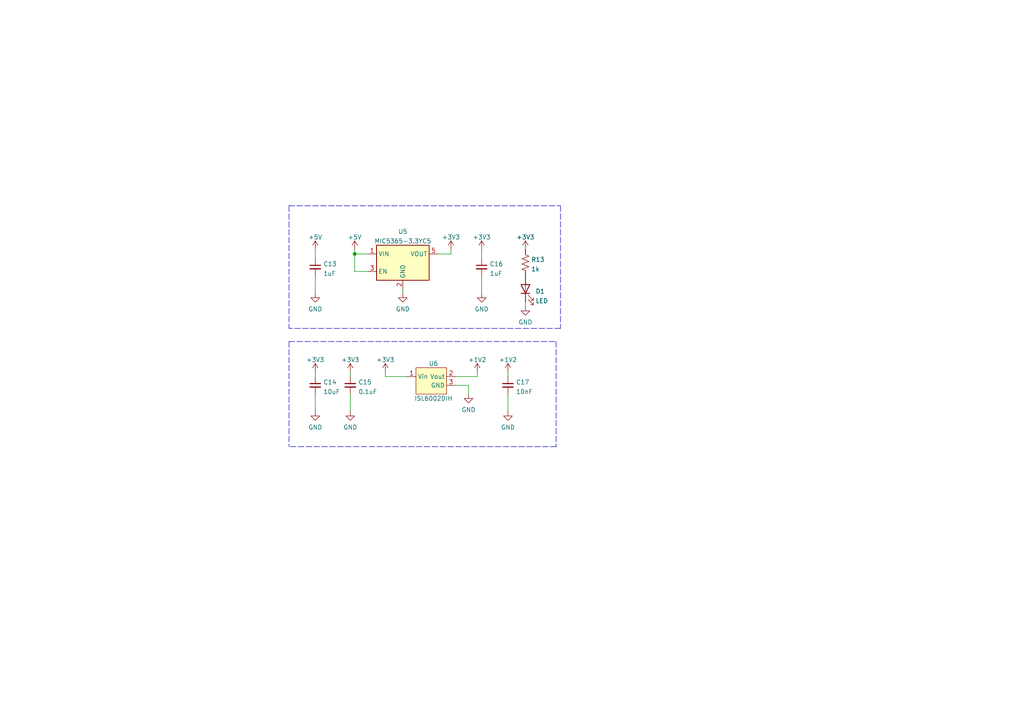
<source format=kicad_sch>
(kicad_sch (version 20211123) (generator eeschema)
  (paper "A4")
  (lib_symbols
    (symbol "Device:C_Small" (pin_numbers hide) (pin_names (offset 0.254) hide)
      (property "Reference" "C" (at 0.254 1.778 0))
      (property "Value" "C_Small" (at 0.254 -2.032 0))
      (symbol "C_Small_0_1"
        (polyline (pts (xy -1.524 -0.508) (xy 1.524 -0.508)) (stroke (width 0.3302)))
        (polyline (pts (xy -1.524 0.508) (xy 1.524 0.508)) (stroke (width 0.3048)))
      )
      (symbol "C_Small_1_1"
        (pin passive line (at 0 2.54 270) (length 2.032) (name "~") (number "1"))
        (pin passive line (at 0 -2.54 90) (length 2.032) (name "~") (number "2"))
      )
    )
    (symbol "Device:LED" (pin_numbers hide) (pin_names (offset 1.016) hide)
      (property "Reference" "D" (at 0 2.54 0))
      (property "Value" "LED" (at 0 -2.54 0))
      (symbol "LED_0_1"
        (polyline (pts (xy -1.27 -1.27) (xy -1.27 1.27)) (stroke (width 0.254)))
        (polyline (pts (xy -1.27 0) (xy 1.27 0)))
        (polyline (pts (xy 1.27 -1.27) (xy 1.27 1.27) (xy -1.27 0) (xy 1.27 -1.27)) (stroke (width 0.254)))
        (polyline (pts (xy -3.048 -0.762) (xy -4.572 -2.286) (xy -3.81 -2.286) (xy -4.572 -2.286) (xy -4.572 -1.524)))
        (polyline (pts (xy -1.778 -0.762) (xy -3.302 -2.286) (xy -2.54 -2.286) (xy -3.302 -2.286) (xy -3.302 -1.524)))
      )
      (symbol "LED_1_1"
        (pin passive line (at -3.81 0 0) (length 2.54) (name "K") (number "1"))
        (pin passive line (at 3.81 0 180) (length 2.54) (name "A") (number "2"))
      )
    )
    (symbol "Device:R_US" (pin_numbers hide) (pin_names (offset 0))
      (property "Reference" "R" (at 2.54 0 90))
      (property "Value" "R_US" (at -2.54 0 90))
      (symbol "R_US_0_1"
        (polyline (pts (xy 0 -2.286) (xy 0 -2.54)))
        (polyline (pts (xy 0 2.286) (xy 0 2.54)))
        (polyline (pts (xy 0 -0.762) (xy 1.016 -1.143) (xy 0 -1.524) (xy -1.016 -1.905) (xy 0 -2.286)))
        (polyline (pts (xy 0 0.762) (xy 1.016 0.381) (xy 0 0) (xy -1.016 -0.381) (xy 0 -0.762)))
        (polyline (pts (xy 0 2.286) (xy 1.016 1.905) (xy 0 1.524) (xy -1.016 1.143) (xy 0 0.762)))
      )
      (symbol "R_US_1_1"
        (pin passive line (at 0 3.81 270) (length 1.27) (name "~") (number "1"))
        (pin passive line (at 0 -3.81 90) (length 1.27) (name "~") (number "2"))
      )
    )
    (symbol "Regulator_Linear:MIC5365-3.3YC5"
      (property "Reference" "U" (at -6.35 6.35 0))
      (property "Value" "MIC5365-3.3YC5" (at 0 6.35 0))
      (symbol "MIC5365-3.3YC5_0_1"
        (rectangle (start -7.62 -5.08) (end 7.62 5.08) (stroke (width 0.254)) (fill (type background)))
      )
      (symbol "MIC5365-3.3YC5_1_1"
        (pin power_in line (at -10.16 2.54 0) (length 2.54) (name "VIN") (number "1"))
        (pin power_in line (at 0 -7.62 90) (length 2.54) (name "GND") (number "2"))
        (pin input line (at -10.16 -2.54 0) (length 2.54) (name "EN") (number "3"))
        (pin no_connect line (at 7.62 -2.54 180) (length 2.54) hide (name "NC") (number "4"))
        (pin power_out line (at 10.16 2.54 180) (length 2.54) (name "VOUT") (number "5"))
      )
    )
    (symbol "joystick_lib:ISL6002DIH"
      (property "Reference" "U" (at -2.54 -1.27 0))
      (property "Value" "ISL6002DIH" (at 1.27 -11.43 0))
      (symbol "ISL6002DIH_0_1"
        (rectangle (start -3.81 -2.54) (end 5.08 -10.16) (stroke (width 0.1524)) (fill (type background)))
      )
      (symbol "ISL6002DIH_1_1"
        (pin power_in line (at -6.35 -5.08 0) (length 2.54) (name "Vin") (number "1"))
        (pin output line (at 7.62 -5.08 180) (length 2.54) (name "Vout") (number "2"))
        (pin power_in line (at 7.62 -7.62 180) (length 2.54) (name "GND") (number "3"))
      )
    )
    (symbol "power:+1V2" (power) (pin_names (offset 0))
      (property "Value" "+1V2" (at 0 3.556 0))
      (symbol "+1V2_0_1"
        (polyline (pts (xy -0.762 1.27) (xy 0 2.54)))
        (polyline (pts (xy 0 0) (xy 0 2.54)))
        (polyline (pts (xy 0 2.54) (xy 0.762 1.27)))
      )
      (symbol "+1V2_1_1"
        (pin power_in line (at 0 0 90) (length 0) hide (name "+1V2") (number "1"))
      )
    )
    (symbol "power:+3V3" (power) (pin_names (offset 0))
      (property "Value" "+3V3" (at 0 3.556 0))
      (symbol "+3V3_0_1"
        (polyline (pts (xy -0.762 1.27) (xy 0 2.54)))
        (polyline (pts (xy 0 0) (xy 0 2.54)))
        (polyline (pts (xy 0 2.54) (xy 0.762 1.27)))
      )
      (symbol "+3V3_1_1"
        (pin power_in line (at 0 0 90) (length 0) hide (name "+3V3") (number "1"))
      )
    )
    (symbol "power:+5V" (power) (pin_names (offset 0))
      (property "Value" "+5V" (at 0 3.556 0))
      (symbol "+5V_0_1"
        (polyline (pts (xy -0.762 1.27) (xy 0 2.54)))
        (polyline (pts (xy 0 0) (xy 0 2.54)))
        (polyline (pts (xy 0 2.54) (xy 0.762 1.27)))
      )
      (symbol "+5V_1_1"
        (pin power_in line (at 0 0 90) (length 0) hide (name "+5V") (number "1"))
      )
    )
    (symbol "power:GND" (power) (pin_names (offset 0))
      (property "Value" "GND" (at 0 -3.81 0))
      (symbol "GND_0_1"
        (polyline (pts (xy 0 0) (xy 0 -1.27) (xy 1.27 -1.27) (xy 0 -2.54) (xy -1.27 -1.27) (xy 0 -1.27)))
      )
      (symbol "GND_1_1"
        (pin power_in line (at 0 0 270) (length 0) hide (name "GND") (number "1"))
      )
    )
  )
  (junction (at 102.87 73.66))
  (wire (pts (xy 152.4 87.63) (xy 152.4 88.9)))
  (wire (pts (xy 130.81 72.39) (xy 130.81 73.66)))
  (wire (pts (xy 91.44 72.39) (xy 91.44 74.93)))
  (polyline (pts (xy 161.29 99.06) (xy 161.29 129.54)))
  (polyline (pts (xy 161.29 129.54) (xy 83.82 129.54)))
  (wire (pts (xy 139.7 72.39) (xy 139.7 74.93)))
  (wire (pts (xy 102.87 78.74) (xy 102.87 73.66)))
  (polyline (pts (xy 83.82 99.06) (xy 161.29 99.06)))
  (wire (pts (xy 91.44 80.01) (xy 91.44 85.09)))
  (wire (pts (xy 111.76 109.22) (xy 118.11 109.22)))
  (polyline (pts (xy 162.56 95.25) (xy 83.82 95.25)))
  (wire (pts (xy 111.76 107.95) (xy 111.76 109.22)))
  (polyline (pts (xy 83.82 59.69) (xy 83.82 95.25)))
  (wire (pts (xy 91.44 107.95) (xy 91.44 109.22)))
  (wire (pts (xy 130.81 73.66) (xy 127 73.66)))
  (wire (pts (xy 138.43 109.22) (xy 132.08 109.22)))
  (wire (pts (xy 135.89 114.3) (xy 135.89 111.76)))
  (wire (pts (xy 116.84 83.82) (xy 116.84 85.09)))
  (polyline (pts (xy 162.56 59.69) (xy 162.56 95.25)))
  (wire (pts (xy 101.6 107.95) (xy 101.6 109.22)))
  (wire (pts (xy 102.87 73.66) (xy 106.68 73.66)))
  (wire (pts (xy 101.6 114.3) (xy 101.6 119.38)))
  (wire (pts (xy 135.89 111.76) (xy 132.08 111.76)))
  (wire (pts (xy 147.32 107.95) (xy 147.32 109.22)))
  (wire (pts (xy 138.43 107.95) (xy 138.43 109.22)))
  (wire (pts (xy 147.32 114.3) (xy 147.32 119.38)))
  (wire (pts (xy 102.87 72.39) (xy 102.87 73.66)))
  (wire (pts (xy 139.7 80.01) (xy 139.7 85.09)))
  (wire (pts (xy 91.44 114.3) (xy 91.44 119.38)))
  (polyline (pts (xy 83.82 59.69) (xy 162.56 59.69)))
  (wire (pts (xy 106.68 78.74) (xy 102.87 78.74)))
  (polyline (pts (xy 83.82 99.06) (xy 83.82 129.54)))
  (symbol (lib_id "Device:R_US") (at 152.4 76.2 0) (unit 1)
    (property "Reference" "R13" (at 154.051 75.2915 0) (effects (justify left)))
    (property "Value" "1k" (at 154.051 78.0666 0) (effects (justify left)))
    (property "Footprint" "Resistor_SMD:R_0603_1608Metric_Pad0.98x0.95mm_HandSolder" (effects hide))
    (property "Digikey Part Number" "RNCP0603FTD1K00CT-ND" (effects hide))
  )
  (symbol (lib_id "power:+3V3") (at 139.7 72.39 0) (unit 1)
    (property "Reference" "#PWR0159" (effects hide))
    (property "Value" "+3V3" (at 139.7 68.7855 0))
  )
  (symbol (lib_id "power:+3V3") (at 130.81 72.39 0) (unit 1)
    (property "Reference" "#PWR0150" (effects hide))
    (property "Value" "+3V3" (at 130.81 68.7855 0))
  )
  (symbol (lib_id "power:GND") (at 135.89 114.3 0) (unit 1)
    (property "Reference" "#PWR0165" (effects hide))
    (property "Value" "GND" (at 135.89 118.8625 0))
  )
  (symbol (lib_id "power:GND") (at 152.4 88.9 0) (unit 1)
    (property "Reference" "#PWR0167" (effects hide))
    (property "Value" "GND" (at 152.4 93.4625 0))
  )
  (symbol (lib_id "Device:C_Small") (at 101.6 111.76 0) (unit 1)
    (property "Reference" "C15" (at 103.9241 110.8578 0) (effects (justify left)))
    (property "Value" "0.1uF" (at 103.9241 113.6329 0) (effects (justify left)))
    (property "Footprint" "Capacitor_SMD:C_0603_1608Metric_Pad1.08x0.95mm_HandSolder" (effects hide))
    (property "Digikey Part Number" "1276-CL10B104KB8NNNLCT-ND" (effects hide))
  )
  (symbol (lib_id "power:+5V") (at 91.44 72.39 0) (unit 1)
    (property "Reference" "#PWR0154" (effects hide))
    (property "Value" "+5V" (at 91.44 68.7855 0))
  )
  (symbol (lib_id "power:+3V3") (at 91.44 107.95 0) (unit 1)
    (property "Reference" "#PWR0155" (effects hide))
    (property "Value" "+3V3" (at 91.44 104.3455 0))
  )
  (symbol (lib_id "power:+3V3") (at 101.6 107.95 0) (unit 1)
    (property "Reference" "#PWR0151" (effects hide))
    (property "Value" "+3V3" (at 101.6 104.3455 0))
  )
  (symbol (lib_id "power:GND") (at 147.32 119.38 0) (unit 1)
    (property "Reference" "#PWR0164" (effects hide))
    (property "Value" "GND" (at 147.32 123.9425 0))
  )
  (symbol (lib_id "Regulator_Linear:MIC5365-3.3YC5") (at 116.84 76.2 0) (unit 1)
    (property "Reference" "U5" (at 116.84 67.1535 0))
    (property "Value" "MIC5365-3.3YC5" (at 116.84 69.9286 0))
    (property "Footprint" "Package_TO_SOT_SMD:SOT-353_SC-70-5" (effects hide))
    (property "Datasheet" "http://ww1.microchip.com/downloads/en/DeviceDoc/mic5365.pdf" (effects hide))
    (property "Digikey Part Number" "576-3215-1-ND" (effects hide))
  )
  (symbol (lib_id "power:+3V3") (at 152.4 72.39 0) (unit 1)
    (property "Reference" "#PWR0160" (effects hide))
    (property "Value" "+3V3" (at 152.4 68.7855 0))
  )
  (symbol (lib_id "power:GND") (at 101.6 119.38 0) (unit 1)
    (property "Reference" "#PWR0156" (effects hide))
    (property "Value" "GND" (at 101.6 123.9425 0))
  )
  (symbol (lib_id "power:+1V2") (at 147.32 107.95 0) (unit 1)
    (property "Reference" "#PWR0166" (effects hide))
    (property "Value" "+1V2" (at 147.32 104.3455 0))
  )
  (symbol (lib_id "power:+5V") (at 102.87 72.39 0) (unit 1)
    (property "Reference" "#PWR0153" (effects hide))
    (property "Value" "+5V" (at 102.87 68.7855 0))
  )
  (symbol (lib_id "power:+1V2") (at 138.43 107.95 0) (unit 1)
    (property "Reference" "#PWR0161" (effects hide))
    (property "Value" "+1V2" (at 138.43 104.3455 0))
  )
  (symbol (lib_id "Device:C_Small") (at 91.44 77.47 0) (unit 1)
    (property "Reference" "C13" (at 93.7641 76.5678 0) (effects (justify left)))
    (property "Value" "1uF" (at 93.7641 79.3429 0) (effects (justify left)))
    (property "Footprint" "Capacitor_SMD:C_0603_1608Metric_Pad1.08x0.95mm_HandSolder" (effects hide))
    (property "Digikey Part Number" "1276-1102-1-ND" (effects hide))
  )
  (symbol (lib_id "power:GND") (at 116.84 85.09 0) (unit 1)
    (property "Reference" "#PWR0163" (effects hide))
    (property "Value" "GND" (at 116.84 89.6525 0))
  )
  (symbol (lib_id "power:GND") (at 139.7 85.09 0) (unit 1)
    (property "Reference" "#PWR0162" (effects hide))
    (property "Value" "GND" (at 139.7 89.6525 0))
  )
  (symbol (lib_id "Device:C_Small") (at 147.32 111.76 0) (unit 1)
    (property "Reference" "C17" (at 149.6441 110.8578 0) (effects (justify left)))
    (property "Value" "10nF" (at 149.6441 113.6329 0) (effects (justify left)))
    (property "Footprint" "Capacitor_SMD:C_0603_1608Metric_Pad1.08x0.95mm_HandSolder" (effects hide))
    (property "Digikey Part Number" "1292-1386-1-ND" (effects hide))
  )
  (symbol (lib_id "power:GND") (at 91.44 119.38 0) (unit 1)
    (property "Reference" "#PWR0157" (effects hide))
    (property "Value" "GND" (at 91.44 123.9425 0))
  )
  (symbol (lib_id "joystick_lib:ISL6002DIH") (at 124.46 104.14 0) (unit 1)
    (property "Reference" "U6" (at 125.73 105.41 0))
    (property "Value" "ISL6002DIH" (at 125.73 115.57 0))
    (property "Footprint" "Package_TO_SOT_SMD:SOT-23" (effects hide))
    (property "Digikey Part Number" "ISL60002DIH311Z-TKCT-ND" (effects hide))
  )
  (symbol (lib_id "Device:C_Small") (at 91.44 111.76 0) (unit 1)
    (property "Reference" "C14" (at 93.7641 110.8578 0) (effects (justify left)))
    (property "Value" "10uF" (at 93.7641 113.6329 0) (effects (justify left)))
    (property "Footprint" "Capacitor_SMD:C_0603_1608Metric_Pad1.08x0.95mm_HandSolder" (effects hide))
    (property "Digikey Part Number" "1276-1119-1-ND" (effects hide))
  )
  (symbol (lib_id "power:GND") (at 91.44 85.09 0) (unit 1)
    (property "Reference" "#PWR0158" (effects hide))
    (property "Value" "GND" (at 91.44 89.6525 0))
  )
  (symbol (lib_id "Device:C_Small") (at 139.7 77.47 0) (unit 1)
    (property "Reference" "C16" (at 142.0241 76.5678 0) (effects (justify left)))
    (property "Value" "1uF" (at 142.0241 79.3429 0) (effects (justify left)))
    (property "Footprint" "Capacitor_SMD:C_0603_1608Metric_Pad1.08x0.95mm_HandSolder" (effects hide))
    (property "Digikey Part Number" "1276-1102-1-ND" (effects hide))
  )
  (symbol (lib_id "Device:LED") (at 152.4 83.82 90) (unit 1)
    (property "Reference" "D1" (at 155.321 84.499 90) (effects (justify right)))
    (property "Value" "LED" (at 155.321 87.2741 90) (effects (justify right)))
    (property "Footprint" "LED_SMD:LED_0603_1608Metric_Pad1.05x0.95mm_HandSolder" (effects hide))
    (property "Digikey Part Number" "3147-B1931UYG-20D000314U1930CT-ND" (effects hide))
  )
  (symbol (lib_id "power:+3V3") (at 111.76 107.95 0) (unit 1)
    (property "Reference" "#PWR0152" (effects hide))
    (property "Value" "+3V3" (at 111.76 104.3455 0))
  )
)
</source>
